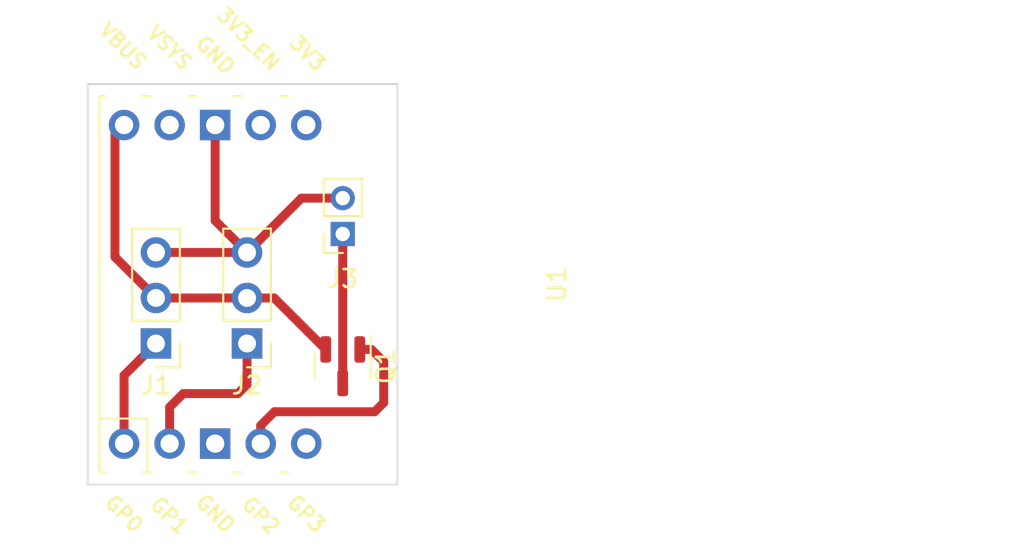
<source format=kicad_pcb>
(kicad_pcb (version 20211014) (generator pcbnew)
  (layers (0 "F.Cu" signal) (31 "B.Cu" signal) (34 "B.Paste" user) (35 "F.Paste" user) (36 "B.SilkS" user "B.Silkscreen") (37 "F.SilkS" user "F.Silkscreen") (38 "B.Mask" user) (39 "F.Mask" user) (44 "Edge.Cuts" user))
  (net 0 "")
  (net 1 "/MOTOR_X_SIG")
  (net 2 "+5V")
  (net 3 "GND")
  (net 4 "/MOTOR_Y_SIG")
  (net 5 "/LASER_5V_OUT")
  (net 6 "/~{LASER_SIG}")
  (net 9 "+3V3")
  (footprint "Connector_PinHeader_2.54mm:PinHeader_1x03_P2.54mm_Vertical" (layer "F.Cu") (at 124.46 68.834 180)
    (fp_text reference "J1" (at 0 -2.33) (layer "F.SilkS"))
    (fp_text value "Conn_01x03")
    (fp_line (start -1.33 -1.33) (end 0 -1.33) (layer "F.SilkS") (width 0.12))
    (fp_line (start -1.33 1.27) (end -1.33 6.41) (layer "F.SilkS") (width 0.12))
    (fp_line (start -1.33 6.41) (end 1.33 6.41) (layer "F.SilkS") (width 0.12))
    (fp_line (start -1.33 0) (end -1.33 -1.33) (layer "F.SilkS") (width 0.12))
    (fp_line (start 1.33 1.27) (end 1.33 6.41) (layer "F.SilkS") (width 0.12))
    (fp_line (start -1.33 1.27) (end 1.33 1.27) (layer "F.SilkS") (width 0.12))
    (pad "1" thru_hole rect (at 0 0 180) (size 1.7 1.7) (drill 1) (layers *.Cu *.Mask) (net 1 "/MOTOR_X_SIG"))
    (pad "2" thru_hole oval (at 0 2.54 180) (size 1.7 1.7) (drill 1) (layers *.Cu *.Mask) (net 2 "+5V"))
    (pad "3" thru_hole oval (at 0 5.08 180) (size 1.7 1.7) (drill 1) (layers *.Cu *.Mask) (net 3 "GND"))
  )
  (footprint "Package_TO_SOT_SMD:SOT-23" (layer "F.Cu") (at 134.874 70.104 -90)
    (fp_text reference "Q1" (at 0 -2.4 90) (layer "F.SilkS"))
    (fp_text value "Si2309DS")
    (fp_line (start 0 -1.56) (end 0.65 -1.56) (layer "F.SilkS") (width 0.12))
    (fp_line (start 0 1.56) (end -0.65 1.56) (layer "F.SilkS") (width 0.12))
    (fp_line (start 0 1.56) (end 0.65 1.56) (layer "F.SilkS") (width 0.12))
    (fp_line (start 0 -1.56) (end -1.675 -1.56) (layer "F.SilkS") (width 0.12))
    (pad "1" smd roundrect (at -0.9375 -0.95 270) (size 1.475 0.6) (layers "F.Cu" "F.Paste" "F.Mask") (net 6 "/~{LASER_SIG}"))
    (pad "2" smd roundrect (at -0.9375 0.95 270) (size 1.475 0.6) (layers "F.Cu" "F.Paste" "F.Mask") (net 2 "+5V"))
    (pad "3" smd roundrect (at 0.9375 0 270) (size 1.475 0.6) (layers "F.Cu" "F.Paste" "F.Mask") (net 5 "/LASER_5V_OUT"))
  )
  (footprint "Connector_PinHeader_2.54mm:PinHeader_1x03_P2.54mm_Vertical" (layer "F.Cu") (at 129.54 68.834 180)
    (fp_text reference "J2" (at 0 -2.33) (layer "F.SilkS"))
    (fp_text value "Conn_01x03")
    (fp_line (start -1.33 1.27) (end -1.33 6.41) (layer "F.SilkS") (width 0.12))
    (fp_line (start -1.33 0) (end -1.33 -1.33) (layer "F.SilkS") (width 0.12))
    (fp_line (start -1.33 -1.33) (end 0 -1.33) (layer "F.SilkS") (width 0.12))
    (fp_line (start -1.33 6.41) (end 1.33 6.41) (layer "F.SilkS") (width 0.12))
    (fp_line (start -1.33 1.27) (end 1.33 1.27) (layer "F.SilkS") (width 0.12))
    (fp_line (start 1.33 1.27) (end 1.33 6.41) (layer "F.SilkS") (width 0.12))
    (pad "1" thru_hole rect (at 0 0 180) (size 1.7 1.7) (drill 1) (layers *.Cu *.Mask) (net 4 "/MOTOR_Y_SIG"))
    (pad "2" thru_hole oval (at 0 2.54 180) (size 1.7 1.7) (drill 1) (layers *.Cu *.Mask) (net 2 "+5V"))
    (pad "3" thru_hole oval (at 0 5.08 180) (size 1.7 1.7) (drill 1) (layers *.Cu *.Mask) (net 3 "GND"))
  )
  (footprint "RPi_PicoW:RPi_PicoW_SMD_TH" (layer "F.Cu") (at 146.812 65.532 90)
    (fp_text reference "U1" (at 0 0 90) (layer "F.SilkS"))
    (fp_text value "PicoW")
    (fp_text user "GND" (at 12.8 -19.05 135) (layer "F.SilkS") (effects (font (size 0.8 0.8))))
    (fp_text user "GP1" (at -12.9 -21.6 135) (layer "F.SilkS") (effects (font (size 0.8 0.8))))
    (fp_text user "VSYS" (at 13.2 -21.59 135) (layer "F.SilkS") (effects (font (size 0.8 0.8))))
    (fp_text user "GND" (at -12.8 -19.05 135) (layer "F.SilkS") (effects (font (size 0.8 0.8))))
    (fp_text user "3V3_EN" (at 13.7 -17.2 135) (layer "F.SilkS") (effects (font (size 0.8 0.8))))
    (fp_text user "3V3" (at 12.9 -13.9 135) (layer "F.SilkS") (effects (font (size 0.8 0.8))))
    (fp_text user "VBUS" (at 13.3 -24.2 135) (layer "F.SilkS") (effects (font (size 0.8 0.8))))
    (fp_text user "GP2" (at -12.9 -16.51 135) (layer "F.SilkS") (effects (font (size 0.8 0.8))))
    (fp_text user "GP0" (at -12.8 -24.13 135) (layer "F.SilkS") (effects (font (size 0.8 0.8))))
    (fp_text user "GP3" (at -12.8 -13.97 135) (layer "F.SilkS") (effects (font (size 0.8 0.8))))
    (fp_line (start -10.5 -25.5) (end 10.5 -25.5) (layer "F.SilkS") (width 0.12))
    (fp_line (start 10.5 -25.5) (end 10.5 -25.2) (layer "F.SilkS") (width 0.12))
    (fp_line (start -10.5 -22.833) (end -7.493 -22.833) (layer "F.SilkS") (width 0.12))
    (fp_line (start 10.5 -20.5) (end 10.5 -20.1) (layer "F.SilkS") (width 0.12))
    (fp_line (start -10.5 -20.5) (end -10.5 -20.1) (layer "F.SilkS") (width 0.12))
    (fp_line (start -10.5 -18) (end -10.5 -17.6) (layer "F.SilkS") (width 0.12))
    (fp_line (start -10.5 -15.4) (end -10.5 -15) (layer "F.SilkS") (width 0.12))
    (fp_line (start -10.5 -23.1) (end -10.5 -22.7) (layer "F.SilkS") (width 0.12))
    (fp_line (start 10.5 -23.1) (end 10.5 -22.7) (layer "F.SilkS") (width 0.12))
    (fp_line (start 10.5 -15.4) (end 10.5 -15) (layer "F.SilkS") (width 0.12))
    (fp_line (start 10.5 -18) (end 10.5 -17.6) (layer "F.SilkS") (width 0.12))
    (fp_line (start -7.493 -22.833) (end -7.493 -25.5) (layer "F.SilkS") (width 0.12))
    (fp_line (start -10.5 -25.5) (end -10.5 -25.2) (layer "F.SilkS") (width 0.12))
    (pad "1" thru_hole oval (at -8.89 -24.13 90) (size 1.7 1.7) (drill 1.02) (layers *.Cu *.Mask) (net 1 "/MOTOR_X_SIG"))
    (pad "2" thru_hole oval (at -8.89 -21.59 90) (size 1.7 1.7) (drill 1.02) (layers *.Cu *.Mask) (net 4 "/MOTOR_Y_SIG"))
    (pad "3" thru_hole rect (at -8.89 -19.05 90) (size 1.7 1.7) (drill 1.02) (layers *.Cu *.Mask))
    (pad "4" thru_hole oval (at -8.89 -16.51 90) (size 1.7 1.7) (drill 1.02) (layers *.Cu *.Mask) (net 6 "/~{LASER_SIG}"))
    (pad "5" thru_hole oval (at -8.89 -13.97 90) (size 1.7 1.7) (drill 1.02) (layers *.Cu *.Mask))
    (pad "36" thru_hole oval (at 8.89 -13.97 90) (size 1.7 1.7) (drill 1.02) (layers *.Cu *.Mask) (net 9 "+3V3"))
    (pad "37" thru_hole oval (at 8.89 -16.51 90) (size 1.7 1.7) (drill 1.02) (layers *.Cu *.Mask))
    (pad "38" thru_hole rect (at 8.89 -19.05 90) (size 1.7 1.7) (drill 1.02) (layers *.Cu *.Mask) (net 3 "GND"))
    (pad "39" thru_hole oval (at 8.89 -21.59 90) (size 1.7 1.7) (drill 1.02) (layers *.Cu *.Mask))
    (pad "40" thru_hole oval (at 8.89 -24.13 90) (size 1.7 1.7) (drill 1.02) (layers *.Cu *.Mask) (net 2 "+5V"))
  )
  (footprint "Connector_PinSocket_2.00mm:PinSocket_1x02_P2.00mm_Vertical" (layer "F.Cu") (at 134.874 62.722 180)
    (fp_text reference "J3" (at 0 -2.5) (layer "F.SilkS"))
    (fp_text value "Conn_01x02")
    (fp_line (start -1.06 3.06) (end 1.06 3.06) (layer "F.SilkS") (width 0.12))
    (fp_line (start -1.06 1) (end 1.06 1) (layer "F.SilkS") (width 0.12))
    (fp_line (start 1.06 1) (end 1.06 3.06) (layer "F.SilkS") (width 0.12))
    (fp_line (start 0 -1.06) (end 1.06 -1.06) (layer "F.SilkS") (width 0.12))
    (fp_line (start -1.06 1) (end -1.06 3.06) (layer "F.SilkS") (width 0.12))
    (fp_line (start 1.06 -1.06) (end 1.06 0) (layer "F.SilkS") (width 0.12))
    (pad "1" thru_hole rect (at 0 0 180) (size 1.35 1.35) (drill 0.8) (layers *.Cu *.Mask) (net 5 "/LASER_5V_OUT"))
    (pad "2" thru_hole oval (at 0 2 180) (size 1.35 1.35) (drill 0.8) (layers *.Cu *.Mask) (net 3 "GND"))
  )
  (gr_rect (start 120.65 54.356) (end 137.922 76.708) (layer "Edge.Cuts") (width 0.1) (fill none))
  (segment (start 122.682 70.612) (end 124.46 68.834) (width 0.5) (layer "F.Cu") (net 1))
  (segment (start 122.682 74.422) (end 122.682 70.612) (width 0.5) (layer "F.Cu") (net 1))
  (segment (start 122.174 57.15) (end 122.682 56.642) (width 0.5) (layer "F.Cu") (net 2))
  (segment (start 124.46 66.294) (end 129.54 66.294) (width 0.5) (layer "F.Cu") (net 2))
  (segment (start 129.54 66.294) (end 131.0515 66.294) (width 0.5) (layer "F.Cu") (net 2))
  (segment (start 131.0515 66.294) (end 133.924 69.1665) (width 0.5) (layer "F.Cu") (net 2))
  (segment (start 122.174 64.008) (end 122.174 57.15) (width 0.5) (layer "F.Cu") (net 2))
  (segment (start 124.46 66.294) (end 122.174 64.008) (width 0.5) (layer "F.Cu") (net 2))
  (segment (start 129.54 63.754) (end 127.762 61.976) (width 0.5) (layer "F.Cu") (net 3))
  (segment (start 129.54 63.754) (end 132.572 60.722) (width 0.5) (layer "F.Cu") (net 3))
  (segment (start 124.46 63.754) (end 129.54 63.754) (width 0.5) (layer "F.Cu") (net 3))
  (segment (start 127.762 61.976) (end 127.762 56.642) (width 0.5) (layer "F.Cu") (net 3))
  (segment (start 132.572 60.722) (end 134.874 60.722) (width 0.5) (layer "F.Cu") (net 3))
  (segment (start 125.222 74.422) (end 125.222 72.39) (width 0.5) (layer "F.Cu") (net 4))
  (segment (start 125.222 72.39) (end 125.984 71.628) (width 0.5) (layer "F.Cu") (net 4))
  (segment (start 129.54 71.12) (end 129.54 68.834) (width 0.5) (layer "F.Cu") (net 4))
  (segment (start 129.032 71.628) (end 129.54 71.12) (width 0.5) (layer "F.Cu") (net 4))
  (segment (start 125.984 71.628) (end 129.032 71.628) (width 0.5) (layer "F.Cu") (net 4))
  (segment (start 134.874 71.0415) (end 134.874 62.722) (width 0.5) (layer "F.Cu") (net 5))
  (segment (start 137.16 69.85) (end 137.16 72.136) (width 0.5) (layer "F.Cu") (net 6))
  (segment (start 135.824 69.1665) (end 136.4765 69.1665) (width 0.5) (layer "F.Cu") (net 6))
  (segment (start 131.064 72.644) (end 130.302 73.406) (width 0.5) (layer "F.Cu") (net 6))
  (segment (start 137.16 72.136) (end 136.652 72.644) (width 0.5) (layer "F.Cu") (net 6))
  (segment (start 130.302 73.406) (end 130.302 74.422) (width 0.5) (layer "F.Cu") (net 6))
  (segment (start 136.652 72.644) (end 131.064 72.644) (width 0.5) (layer "F.Cu") (net 6))
  (segment (start 136.4765 69.1665) (end 137.16 69.85) (width 0.5) (layer "F.Cu") (net 6))
)
</source>
